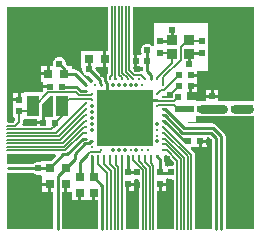
<source format=gtl>
G04*
G04 #@! TF.GenerationSoftware,Altium Limited,Altium Designer,19.0.15 (446)*
G04*
G04 Layer_Physical_Order=1*
G04 Layer_Color=255*
%FSLAX24Y24*%
%MOIN*%
G70*
G01*
G75*
%ADD10C,0.0098*%
%ADD12C,0.0079*%
%ADD13R,0.0197X0.0236*%
%ADD14R,0.0374X0.0335*%
%ADD15R,0.0236X0.0197*%
%ADD16R,0.0256X0.0197*%
%ADD17R,0.0300X0.0300*%
%ADD18R,0.0315X0.0295*%
%ADD19R,0.0295X0.0315*%
%ADD21R,0.1909X0.1909*%
%ADD22R,0.0394X0.0709*%
%ADD32C,0.0108*%
%ADD33C,0.0059*%
%ADD34C,0.0057*%
%ADD35C,0.0200*%
%ADD36C,0.0300*%
%ADD37C,0.0072*%
%ADD38C,0.0240*%
%ADD39C,0.0138*%
G36*
X-3033Y-1839D02*
X-3011Y-1858D01*
X-2987Y-1874D01*
X-2961Y-1887D01*
X-2934Y-1896D01*
X-2906Y-1902D01*
X-2877Y-1904D01*
X-2848Y-1902D01*
X-2820Y-1896D01*
X-2810Y-1893D01*
X-2797Y-1900D01*
X-2760Y-1931D01*
Y-1967D01*
X-2760D01*
Y-2165D01*
X-2503D01*
Y-2215D01*
X-2453D01*
Y-2462D01*
X-2387D01*
Y-3701D01*
X-2394Y-3708D01*
X-3905D01*
Y-1838D01*
X-3899Y-1833D01*
X-3038D01*
X-3033Y-1839D01*
D02*
G37*
G36*
X-1921Y-2462D02*
X-1754D01*
Y-2748D01*
X-1546D01*
Y-2500D01*
X-1446D01*
Y-2748D01*
X-1083D01*
Y-2500D01*
X-983D01*
Y-2748D01*
X-888D01*
Y-3691D01*
X-904Y-3708D01*
X-2080D01*
X-2087Y-3701D01*
Y-2462D01*
X-2021D01*
Y-2215D01*
X-1921D01*
Y-2462D01*
D02*
G37*
G36*
X-555Y2216D02*
X-609D01*
Y1959D01*
Y1701D01*
X-555D01*
Y1483D01*
X-584Y1454D01*
X-597Y1439D01*
X-608Y1421D01*
X-616Y1402D01*
X-620Y1383D01*
X-622Y1363D01*
X-630Y1350D01*
X-639Y1327D01*
X-686Y1318D01*
X-692Y1320D01*
X-693Y1323D01*
X-706Y1343D01*
X-721Y1361D01*
X-971Y1611D01*
X-970Y1619D01*
X-972Y1648D01*
X-973Y1651D01*
X-943Y1701D01*
X-907D01*
Y1701D01*
X-709D01*
Y1959D01*
Y2216D01*
X-907D01*
Y2216D01*
X-943D01*
Y2216D01*
X-1439D01*
Y1701D01*
X-1439D01*
X-1409Y1651D01*
X-1410Y1648D01*
X-1411Y1619D01*
X-1410Y1590D01*
X-1404Y1562D01*
X-1395Y1535D01*
X-1382Y1509D01*
X-1366Y1485D01*
X-1347Y1463D01*
X-1325Y1444D01*
X-1301Y1428D01*
X-1275Y1415D01*
X-1248Y1406D01*
X-1220Y1400D01*
X-1191Y1398D01*
X-1183Y1399D01*
X-1057Y1273D01*
X-1056Y1251D01*
X-1067Y1213D01*
X-1075Y1208D01*
X-1094Y1192D01*
X-1101Y1183D01*
X-1132Y1177D01*
X-1162Y1183D01*
X-1170Y1192D01*
X-1189Y1208D01*
X-1200Y1215D01*
X-1558Y1572D01*
X-1575Y1588D01*
X-1595Y1600D01*
X-1617Y1609D01*
X-1640Y1614D01*
X-1663Y1616D01*
X-1770D01*
Y1724D01*
X-1886D01*
X-1897Y1742D01*
X-1912Y1759D01*
X-1955Y1803D01*
X-1955Y1811D01*
X-1957Y1840D01*
X-1962Y1868D01*
X-1972Y1895D01*
X-1984Y1921D01*
X-2000Y1945D01*
X-2019Y1967D01*
X-2041Y1986D01*
X-2065Y2002D01*
X-2091Y2015D01*
X-2118Y2024D01*
X-2146Y2030D01*
X-2175Y2032D01*
X-2204Y2030D01*
X-2232Y2024D01*
X-2260Y2015D01*
X-2285Y2002D01*
X-2309Y1986D01*
X-2331Y1967D01*
X-2350Y1945D01*
X-2366Y1921D01*
X-2379Y1895D01*
X-2388Y1868D01*
X-2394Y1840D01*
X-2396Y1811D01*
X-2394Y1782D01*
X-2392Y1774D01*
X-2418Y1733D01*
X-2431Y1724D01*
X-2499D01*
Y1467D01*
X-2549D01*
Y1417D01*
X-2797D01*
Y1209D01*
X-2708D01*
Y1083D01*
X-2490D01*
Y983D01*
X-2708D01*
Y881D01*
X-2719Y872D01*
X-2765Y858D01*
Y858D01*
X-2765Y858D01*
X-3359D01*
Y828D01*
X-3465D01*
Y610D01*
X-3515D01*
Y560D01*
X-3713D01*
Y392D01*
Y-2D01*
X-3645D01*
Y-73D01*
X-3711Y-140D01*
X-3905D01*
Y3708D01*
X-555D01*
Y2216D01*
D02*
G37*
G36*
X-2375Y31D02*
X-2658D01*
Y-167D01*
X-2708D01*
Y-217D01*
X-2926D01*
Y-256D01*
X-3394D01*
X-3412Y-206D01*
X-3410Y-203D01*
X-3399Y-186D01*
X-3391Y-167D01*
X-3386Y-147D01*
X-3385Y-127D01*
Y-90D01*
X-3359Y-51D01*
X-2926D01*
Y-117D01*
X-2758D01*
Y31D01*
X-2765D01*
Y458D01*
X-2503Y720D01*
X-2375D01*
Y31D01*
D02*
G37*
G36*
X-2290Y-1259D02*
X-2467Y-1435D01*
X-2760D01*
Y-1439D01*
X-2770Y-1451D01*
X-2810Y-1473D01*
X-2820Y-1470D01*
X-2848Y-1464D01*
X-2877Y-1463D01*
X-2906Y-1464D01*
X-2934Y-1470D01*
X-2961Y-1479D01*
X-2987Y-1492D01*
X-3011Y-1508D01*
X-3033Y-1527D01*
X-3038Y-1533D01*
X-3899D01*
X-3905Y-1528D01*
Y-1213D01*
X-2309D01*
X-2290Y-1259D01*
D02*
G37*
G36*
X4299Y550D02*
X4141D01*
X4134Y550D01*
X3690D01*
X3690Y550D01*
X3270Y550D01*
X3114D01*
Y667D01*
X2718D01*
Y550D01*
X2392Y550D01*
Y600D01*
X2077D01*
Y874D01*
X2155D01*
Y1073D01*
X2205D01*
Y1123D01*
X2423D01*
Y1229D01*
X2423D01*
Y1377D01*
X2205D01*
Y1477D01*
X2423D01*
Y1575D01*
X2777D01*
X2777Y3151D01*
X976Y3151D01*
X976Y2413D01*
X954Y2401D01*
X926Y2396D01*
X914Y2410D01*
X892Y2429D01*
X868Y2445D01*
X842Y2458D01*
X815Y2467D01*
X787Y2473D01*
X758Y2474D01*
X729Y2473D01*
X701Y2467D01*
X674Y2458D01*
X648Y2445D01*
X624Y2429D01*
X602Y2410D01*
X583Y2388D01*
X567Y2364D01*
X554Y2338D01*
X545Y2311D01*
X539Y2283D01*
X537Y2254D01*
X539Y2225D01*
X545Y2197D01*
X554Y2170D01*
X565Y2148D01*
X560Y2133D01*
X537Y2098D01*
X414D01*
Y1900D01*
Y1701D01*
X608D01*
Y1590D01*
X607Y1587D01*
X591Y1570D01*
X561Y1550D01*
X558Y1550D01*
X550Y1550D01*
X376D01*
X285Y1641D01*
Y1701D01*
X314D01*
Y1900D01*
Y2098D01*
X285D01*
Y3708D01*
X4299D01*
Y550D01*
D02*
G37*
G36*
Y-3708D02*
X3373D01*
X3365Y-3700D01*
Y-616D01*
X3365Y-616D01*
X3363Y-592D01*
X3358Y-569D01*
X3349Y-548D01*
X3337Y-528D01*
X3321Y-510D01*
X3321Y-510D01*
X3042Y-231D01*
X3025Y-216D01*
X3004Y-203D01*
X2983Y-194D01*
X2960Y-189D01*
X2937Y-187D01*
X2086D01*
X2079Y-178D01*
X2106Y-128D01*
X2392D01*
Y50D01*
X2566D01*
X2566Y50D01*
X3070D01*
X3841Y50D01*
Y50D01*
X4134D01*
X4141Y50D01*
X4299D01*
Y-3708D01*
D02*
G37*
G36*
X1630Y-1479D02*
Y-1565D01*
X1623Y-1575D01*
X1580Y-1603D01*
X1574Y-1602D01*
X1545Y-1600D01*
X1516Y-1602D01*
X1488Y-1608D01*
X1461Y-1617D01*
X1439Y-1628D01*
X1430Y-1625D01*
X1389Y-1603D01*
Y-1603D01*
X1341Y-1600D01*
Y-1388D01*
X1339Y-1364D01*
X1333Y-1342D01*
X1324Y-1320D01*
X1312Y-1300D01*
X1299Y-1284D01*
X1367Y-1216D01*
X1630Y-1479D01*
D02*
G37*
G36*
X2910Y-742D02*
Y-3700D01*
X2903Y-3708D01*
X2361D01*
X2354Y-3701D01*
Y-1233D01*
X2353Y-1213D01*
X2348Y-1193D01*
X2340Y-1174D01*
X2330Y-1157D01*
X2316Y-1141D01*
X2207Y-1032D01*
X2227Y-986D01*
X2470D01*
Y-787D01*
X2520D01*
Y-737D01*
X2738D01*
Y-642D01*
X2810D01*
X2910Y-742D01*
D02*
G37*
G36*
X1461Y-2025D02*
X1488Y-2034D01*
X1516Y-2039D01*
X1545Y-2041D01*
X1574Y-2039D01*
X1580Y-2038D01*
X1623Y-2066D01*
X1630Y-2077D01*
Y-3701D01*
X1623Y-3708D01*
X1096D01*
X1090Y-3701D01*
Y-2433D01*
X1141D01*
Y-2215D01*
X1191D01*
Y-2165D01*
X1389D01*
Y-2041D01*
X1395Y-2035D01*
X1422Y-2019D01*
X1439Y-2014D01*
X1461Y-2025D01*
D02*
G37*
G36*
X375Y-2039D02*
X404Y-2041D01*
X430Y-2040D01*
X433Y-2040D01*
X480Y-2076D01*
Y-3701D01*
X473Y-3708D01*
X38D01*
X32Y-3701D01*
Y-2433D01*
X48D01*
Y-2215D01*
X98D01*
Y-2165D01*
X297D01*
Y-2069D01*
X299Y-2065D01*
X343Y-2034D01*
X346Y-2034D01*
X375Y-2039D01*
D02*
G37*
%LPC*%
G36*
X-2553Y-2265D02*
X-2760D01*
Y-2462D01*
X-2553D01*
Y-2265D01*
D02*
G37*
G36*
X-2599Y1724D02*
X-2797D01*
Y1517D01*
X-2599D01*
Y1724D01*
D02*
G37*
G36*
X-3565Y828D02*
X-3713D01*
Y660D01*
X-3565D01*
Y828D01*
D02*
G37*
G36*
X2423Y1023D02*
X2255D01*
Y874D01*
X2423D01*
Y1023D01*
D02*
G37*
G36*
X3114Y935D02*
X2966D01*
Y767D01*
X3114D01*
Y935D01*
D02*
G37*
G36*
X2866D02*
X2718D01*
Y767D01*
X2866D01*
Y935D01*
D02*
G37*
G36*
X2738Y-837D02*
X2570D01*
Y-986D01*
X2738D01*
Y-837D01*
D02*
G37*
G36*
X1389Y-2265D02*
X1241D01*
Y-2433D01*
X1389D01*
Y-2265D01*
D02*
G37*
G36*
X297D02*
X148D01*
Y-2433D01*
X297D01*
Y-2265D01*
D02*
G37*
%LPD*%
D10*
X1560Y2557D02*
X1589Y2587D01*
X1174Y2557D02*
X1560D01*
X1577Y2599D02*
X1589Y2587D01*
X2189Y2164D02*
X2574D01*
X2160Y1804D02*
Y2134D01*
X1589Y2587D02*
Y2917D01*
X758Y1959D02*
Y2254D01*
X758Y1909D02*
Y2254D01*
X758Y1555D02*
Y1900D01*
Y1555D02*
X886Y1427D01*
Y1280D02*
Y1427D01*
X758Y1909D02*
X763Y1905D01*
X1310Y-98D02*
X1999Y-787D01*
X2126D01*
X1333Y98D02*
X1923Y-492D01*
X2872D01*
X1988Y-337D02*
X2937D01*
X1356Y295D02*
X1988Y-337D01*
X2872Y-492D02*
X3060Y-680D01*
X2937Y-337D02*
X3216Y-616D01*
X3060Y-3700D02*
Y-680D01*
X3216Y-3700D02*
Y-616D01*
X-591Y591D02*
X0Y0D01*
X-591Y591D02*
Y1083D01*
X-2877Y-1683D02*
X-2503D01*
X-2175Y1811D02*
X-2018Y1654D01*
Y1467D02*
Y1654D01*
X-2096Y1033D02*
X-1614D01*
X-1467Y886D01*
X-1280D01*
X-2018Y1467D02*
X-1663D01*
X-1280Y1083D01*
X-1191Y1619D02*
X-827Y1255D01*
X-1191Y1619D02*
Y1959D01*
X-827Y1152D02*
X-787Y1113D01*
Y1083D02*
Y1113D01*
X-827Y1152D02*
Y1255D01*
X-653Y1213D02*
Y1434D01*
Y1213D02*
X-591Y1151D01*
Y1083D02*
Y1151D01*
X98Y-1821D02*
X404D01*
X591Y591D02*
X1083D01*
X0Y0D02*
X236Y236D01*
X591Y591D01*
X-1917Y-1220D02*
X-1386Y-689D01*
X-1280D01*
X-2237Y-3701D02*
Y-1949D01*
X-1971Y-1683D01*
X-1666Y-1378D01*
X-1113Y-787D02*
X-1083D01*
X-1175Y-850D02*
X-1113Y-787D01*
X-1327Y-850D02*
X-1175D01*
X98Y-1821D02*
Y-1280D01*
X1083D02*
X1191Y-1388D01*
Y-1821D02*
Y-1388D01*
Y-1821D02*
X1211Y-1841D01*
X1280Y98D02*
X1333D01*
X1280Y295D02*
X1356D01*
X1280Y-98D02*
X1310D01*
X1211Y-1841D02*
X1545D01*
X-1083Y-1919D02*
X-1033Y-1969D01*
X-1083Y-1919D02*
Y-1280D01*
X-1496Y-1969D02*
Y-1484D01*
X-1243Y-1231D01*
X-1033Y-1969D02*
X-738Y-2264D01*
Y-3691D02*
Y-2264D01*
X-1666Y-1378D02*
Y-1189D01*
X-1327Y-850D01*
X-2503Y-1683D02*
X-2040Y-1220D01*
X-1917D01*
X-3899Y-1683D02*
X-2877D01*
D12*
X-886Y-1535D02*
Y-1280D01*
X-689Y-1535D02*
Y-1280D01*
Y-1535D02*
X-457Y-1768D01*
Y-3701D02*
Y-1768D01*
X-886Y-1535D02*
X-593Y-1829D01*
Y-3701D02*
Y-1829D01*
D13*
X1174Y2557D02*
D03*
Y2164D02*
D03*
X2574Y2164D02*
D03*
Y2557D02*
D03*
X1792Y699D02*
D03*
Y305D02*
D03*
X2916Y717D02*
D03*
Y323D02*
D03*
X1191Y-1821D02*
D03*
Y-2215D02*
D03*
X98Y-1821D02*
D03*
Y-2215D02*
D03*
X-3515Y217D02*
D03*
Y610D02*
D03*
D14*
X2160Y2134D02*
D03*
Y2587D02*
D03*
X1589D02*
D03*
Y2134D02*
D03*
D15*
X2205Y1427D02*
D03*
X1811D02*
D03*
X364Y1900D02*
D03*
X758D02*
D03*
X2205Y1073D02*
D03*
X1811D02*
D03*
X2520Y-787D02*
D03*
X2126D02*
D03*
X-2096Y1033D02*
D03*
X-2490D02*
D03*
X-2314Y-167D02*
D03*
X-2708D02*
D03*
D16*
X2539Y302D02*
D03*
X2165Y302D02*
D03*
X3667Y302D02*
D03*
X3293D02*
D03*
D17*
X4156Y300D02*
D03*
D18*
X-1971Y-2215D02*
D03*
Y-1683D02*
D03*
X-2503Y-2215D02*
D03*
Y-1683D02*
D03*
X-1496Y-2500D02*
D03*
Y-1969D02*
D03*
X-1033Y-2500D02*
D03*
Y-1969D02*
D03*
D19*
X-2549Y1467D02*
D03*
X-2018D02*
D03*
X-1191Y1959D02*
D03*
X-659D02*
D03*
D21*
X0Y0D02*
D03*
D22*
X-2078Y404D02*
D03*
X-3062D02*
D03*
D32*
X886Y1280D02*
D03*
X-492D02*
D03*
X-295D02*
D03*
X-98D02*
D03*
X98D02*
D03*
X295D02*
D03*
X492D02*
D03*
X689D02*
D03*
X1083D02*
D03*
X-1280Y1083D02*
D03*
X-984D02*
D03*
X-787D02*
D03*
X-591D02*
D03*
X-394D02*
D03*
X-197D02*
D03*
X0D02*
D03*
X197D02*
D03*
X394D02*
D03*
X591D02*
D03*
X1280D02*
D03*
X1083Y787D02*
D03*
X-1280Y886D02*
D03*
X-1083Y787D02*
D03*
X1280Y689D02*
D03*
X-1083Y591D02*
D03*
X1083D02*
D03*
X-1280Y492D02*
D03*
X-1083Y394D02*
D03*
X1083D02*
D03*
X-1280Y295D02*
D03*
X1280D02*
D03*
X-1083Y197D02*
D03*
X-1280Y98D02*
D03*
X1280D02*
D03*
X-1083Y0D02*
D03*
X-1280Y-98D02*
D03*
X1280D02*
D03*
X-1083Y-197D02*
D03*
X1083D02*
D03*
X-1280Y-295D02*
D03*
X1280D02*
D03*
X-1083Y-394D02*
D03*
X1083D02*
D03*
X-1280Y-492D02*
D03*
X1280D02*
D03*
X1083Y-591D02*
D03*
X-1280Y-689D02*
D03*
X1280D02*
D03*
X-1083Y-787D02*
D03*
X1083D02*
D03*
X1280Y-886D02*
D03*
X-1083Y-984D02*
D03*
X-787Y-1083D02*
D03*
X-394D02*
D03*
X-197D02*
D03*
X0D02*
D03*
X197D02*
D03*
X394D02*
D03*
X591D02*
D03*
X787D02*
D03*
X1280D02*
D03*
X-1083Y-1280D02*
D03*
X-886D02*
D03*
X-689D02*
D03*
X-492D02*
D03*
X-295D02*
D03*
X-98D02*
D03*
X98D02*
D03*
X295D02*
D03*
X492D02*
D03*
X689D02*
D03*
X886D02*
D03*
X1083D02*
D03*
D33*
X1085Y787D02*
X1213Y915D01*
X1083Y787D02*
X1085D01*
X1870Y2362D02*
X2065Y2557D01*
X2574D01*
X1174Y2164D02*
X1560D01*
X1589Y2134D01*
X156Y1587D02*
X322Y1420D01*
X550D01*
X689Y1282D01*
X156Y1587D02*
Y3720D01*
X1280Y1083D02*
Y1348D01*
X1870Y1938D01*
Y2362D01*
X1083Y1315D02*
X1589Y1821D01*
X1083Y1280D02*
Y1315D01*
X1589Y1821D02*
Y2134D01*
X1437Y689D02*
X1506Y758D01*
X1280Y689D02*
X1437D01*
X1213Y915D02*
X1311D01*
X1811Y1415D02*
Y1427D01*
X1311Y915D02*
X1811Y1415D01*
X1506Y758D02*
X1811Y1063D01*
Y1073D01*
X1287Y-295D02*
X2225Y-1233D01*
X1320Y-492D02*
X2108Y-1281D01*
X1352Y-689D02*
X1992Y-1329D01*
X1385Y-886D02*
X1876Y-1377D01*
X1417Y-1083D02*
X1760Y-1425D01*
Y-3701D02*
Y-1425D01*
X1876Y-3701D02*
Y-1377D01*
X1992Y-3701D02*
Y-1329D01*
X2225Y-3701D02*
Y-1233D01*
X2108Y-3701D02*
Y-1281D01*
X-2276Y-502D02*
X-1282Y492D01*
X-3917Y-502D02*
X-2276D01*
X-3917Y-386D02*
X-2444D01*
X-3515Y-127D02*
Y217D01*
X-3917Y-270D02*
X-3658D01*
X-3515Y-127D01*
X295Y1280D02*
Y1283D01*
X39Y1539D02*
X295Y1283D01*
X98Y1280D02*
Y1316D01*
X-77Y1491D02*
X98Y1316D01*
X-77Y1491D02*
Y3720D01*
X-193Y1443D02*
Y3720D01*
Y1443D02*
X-98Y1348D01*
X-309Y1293D02*
Y3720D01*
Y1293D02*
X-295Y1280D01*
X39Y1539D02*
Y3720D01*
X-425Y1429D02*
Y3720D01*
X-492Y1362D02*
X-425Y1429D01*
X-3917Y-618D02*
X-2195D01*
X-3917Y-734D02*
X-2142D01*
X-2444Y-386D02*
X-2314Y-256D01*
Y-167D01*
X-3917Y-1083D02*
X-1972D01*
X-1381Y-492D02*
X-1280D01*
X-1972Y-1083D02*
X-1381Y-492D01*
X-3917Y-967D02*
X-2020D01*
X-1348Y-295D01*
X-1280D01*
X-3917Y-850D02*
X-2071D01*
X-1319Y-98D02*
X-1280D01*
X-2071Y-850D02*
X-1319Y-98D01*
X-1309Y98D02*
X-1280D01*
X-2142Y-734D02*
X-1309Y98D01*
X-2195Y-618D02*
X-1282Y295D01*
X-1280D01*
X-1282Y492D02*
X-1280D01*
X-98Y1280D02*
Y1348D01*
X-492Y1280D02*
Y1362D01*
X-98Y-3701D02*
Y-1280D01*
X-492Y-1535D02*
X-331Y-1697D01*
Y-3701D02*
Y-1697D01*
X-492Y-1535D02*
Y-1280D01*
X-295Y-1568D02*
X-215Y-1649D01*
Y-3701D02*
Y-1649D01*
X-295Y-1568D02*
Y-1280D01*
X295Y-1420D02*
Y-1280D01*
Y-1420D02*
X610Y-1735D01*
Y-3701D02*
Y-1735D01*
X492Y-1453D02*
X727Y-1688D01*
Y-3701D02*
Y-1688D01*
X492Y-1453D02*
Y-1280D01*
X689Y-1486D02*
X843Y-1640D01*
X689Y-1486D02*
Y-1280D01*
X843Y-3701D02*
Y-1640D01*
X886Y-1518D02*
X960Y-1592D01*
Y-3701D02*
Y-1592D01*
X886Y-1518D02*
Y-1280D01*
X1280Y-1083D02*
X1417D01*
X1280Y-492D02*
X1320D01*
X1280Y-886D02*
X1385D01*
X1280Y-689D02*
X1352D01*
X1280Y-295D02*
X1287D01*
D34*
X1642Y549D02*
X1792Y699D01*
X1124Y549D02*
X1642D01*
X1124Y435D02*
X1662D01*
X1793Y303D01*
X1795Y301D01*
X-3062Y404D02*
X-3002D01*
X-2556Y849D01*
X-1849Y632D02*
X-1124D01*
X-2556Y849D02*
X-1621D01*
X-3515Y217D02*
X-3249D01*
X-3062Y404D01*
X-2078Y69D02*
Y404D01*
X-2314Y-167D02*
X-2078Y69D01*
Y404D02*
X-1849Y632D01*
X-1514Y746D02*
X-1124D01*
X-1519Y751D02*
X-1514Y746D01*
X-1522Y751D02*
X-1519D01*
X-1621Y849D02*
X-1522Y751D01*
X-1124Y746D02*
X-1083Y787D01*
X-1124Y632D02*
X-1083Y591D01*
X1083D02*
X1124Y549D01*
X1083Y394D02*
X1124Y435D01*
D35*
X1793Y303D02*
X2145D01*
D36*
X3690Y300D02*
X4134D01*
X2566D02*
X3270D01*
D37*
X-1243Y-1231D02*
X-1144Y-1132D01*
X-837D01*
X-787Y-1083D01*
D38*
X758Y2254D02*
D03*
X404Y2263D02*
D03*
X2600Y717D02*
D03*
X2913Y1053D02*
D03*
X2160Y1804D02*
D03*
X1589Y2917D02*
D03*
X404Y1634D02*
D03*
X2539Y1073D02*
D03*
X1506Y758D02*
D03*
X2204Y738D02*
D03*
X2539Y1427D02*
D03*
X2569Y-39D02*
D03*
X4176Y-79D02*
D03*
Y679D02*
D03*
X3566D02*
D03*
X3566Y-79D02*
D03*
X3490Y-3590D02*
D03*
Y-2590D02*
D03*
X2472D02*
D03*
Y-3590D02*
D03*
X2825Y-797D02*
D03*
X3570Y3590D02*
D03*
X757D02*
D03*
X4176Y-3590D02*
D03*
Y-2590D02*
D03*
Y-1590D02*
D03*
X2472D02*
D03*
X3490D02*
D03*
Y-590D02*
D03*
X4176D02*
D03*
X2570Y3590D02*
D03*
X4176D02*
D03*
X1570D02*
D03*
X4176Y2590D02*
D03*
X3570D02*
D03*
X4176Y1590D02*
D03*
X3570D02*
D03*
X1496Y-2234D02*
D03*
X1208Y-3590D02*
D03*
X260D02*
D03*
X148Y-2559D02*
D03*
X-1043Y-2864D02*
D03*
X-1516D02*
D03*
X-1020Y-3590D02*
D03*
X-1970D02*
D03*
X-1912Y-2559D02*
D03*
X-2503D02*
D03*
X-2500Y-3590D02*
D03*
X-3790Y-60D02*
D03*
X-2619Y394D02*
D03*
X-2835Y1033D02*
D03*
X-2913Y1467D02*
D03*
X-787Y2559D02*
D03*
X-2559Y2362D02*
D03*
X-719Y3590D02*
D03*
X-1575D02*
D03*
X-2559D02*
D03*
X-3790D02*
D03*
Y2362D02*
D03*
Y984D02*
D03*
Y-2470D02*
D03*
Y-3590D02*
D03*
X-2877Y-1683D02*
D03*
X-3062Y-157D02*
D03*
X-2175Y1811D02*
D03*
X-709Y1457D02*
D03*
X404Y-1821D02*
D03*
X1545Y-1821D02*
D03*
X404Y-2244D02*
D03*
X1211Y-2550D02*
D03*
X1417Y-1378D02*
D03*
X-3790Y-1330D02*
D03*
X-2542D02*
D03*
X-709Y709D02*
D03*
X-236D02*
D03*
X236D02*
D03*
X709D02*
D03*
X-709Y236D02*
D03*
X-236D02*
D03*
X236D02*
D03*
X709D02*
D03*
X-709Y-236D02*
D03*
X-236D02*
D03*
X236D02*
D03*
X709D02*
D03*
X-709Y-709D02*
D03*
X-236D02*
D03*
X236D02*
D03*
X709D02*
D03*
X-1610Y1760D02*
D03*
X-1580Y2520D02*
D03*
X-1191Y1619D02*
D03*
D39*
X-1083Y394D02*
D03*
Y-394D02*
D03*
Y-197D02*
D03*
Y0D02*
D03*
Y197D02*
D03*
X394Y-1083D02*
D03*
X1083Y-197D02*
D03*
X1083Y-787D02*
D03*
X-394Y-1083D02*
D03*
X-197D02*
D03*
X0Y-1083D02*
D03*
X-394Y1083D02*
D03*
X-197D02*
D03*
X0D02*
D03*
X197D02*
D03*
X394D02*
D03*
M02*

</source>
